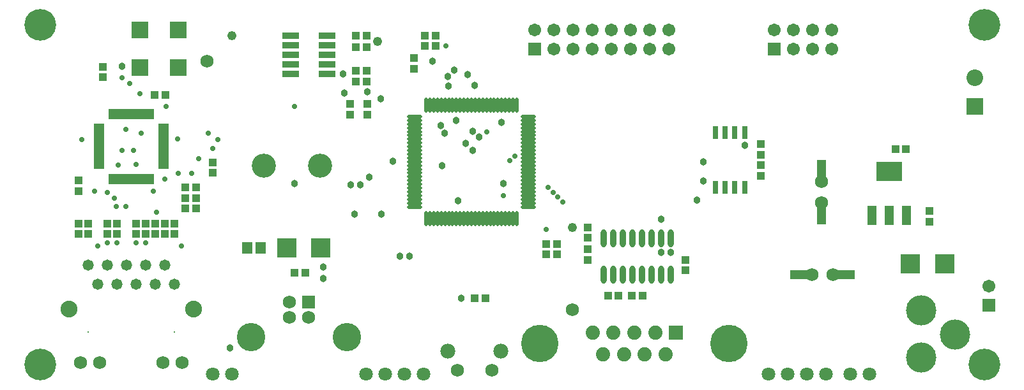
<source format=gts>
%FSAX43Y43*%
%MOMM*%
G71*
G01*
G75*
G04 Layer_Color=8388736*
%ADD10R,0.800X0.900*%
%ADD11R,0.900X0.800*%
%ADD12O,0.600X2.200*%
%ADD13R,0.508X1.500*%
%ADD14R,2.300X2.300*%
%ADD15R,1.200X1.400*%
%ADD16R,2.200X2.200*%
%ADD17O,1.800X0.300*%
%ADD18O,0.300X1.800*%
%ADD19R,2.540X1.016*%
%ADD20R,1.016X2.540*%
%ADD21R,1.200X0.300*%
%ADD22R,0.300X1.200*%
%ADD23R,2.032X0.635*%
%ADD24R,1.000X2.400*%
%ADD25R,3.300X2.400*%
%ADD26C,0.635*%
%ADD27C,0.254*%
%ADD28C,0.381*%
%ADD29C,0.508*%
%ADD30R,9.779X2.159*%
%ADD31R,7.874X1.778*%
%ADD32R,2.540X4.953*%
%ADD33R,2.286X7.874*%
%ADD34R,3.810X25.781*%
%ADD35R,2.794X2.794*%
%ADD36R,3.429X3.048*%
%ADD37R,3.937X3.937*%
%ADD38R,1.651X1.524*%
%ADD39R,2.032X2.009*%
%ADD40R,1.905X1.778*%
%ADD41R,1.778X1.524*%
%ADD42R,1.270X1.270*%
%ADD43R,3.429X4.953*%
%ADD44R,4.826X2.540*%
%ADD45R,1.397X1.524*%
%ADD46C,1.500*%
%ADD47R,1.500X1.500*%
%ADD48C,4.000*%
%ADD49C,0.762*%
%ADD50C,3.000*%
%ADD51C,0.508*%
%ADD52C,1.016*%
%ADD53C,1.524*%
%ADD54R,1.500X1.500*%
%ADD55C,3.810*%
%ADD56C,1.600*%
%ADD57C,4.760*%
%ADD58R,1.690X1.690*%
%ADD59C,1.690*%
%ADD60C,3.556*%
%ADD61R,1.524X1.524*%
%ADD62C,2.032*%
%ADD63C,1.270*%
%ADD64C,1.778*%
%ADD65C,2.000*%
%ADD66R,2.000X2.000*%
%ADD67R,1.000X1.300*%
%ADD68R,1.000X1.800*%
%ADD69R,2.794X2.540*%
%ADD70R,9.525X2.159*%
%ADD71R,3.937X3.683*%
%ADD72R,1.905X1.651*%
%ADD73R,1.397X1.397*%
%ADD74R,1.397X1.651*%
%ADD75R,2.921X2.794*%
%ADD76R,2.667X2.540*%
%ADD77C,0.250*%
%ADD78C,0.100*%
%ADD79C,0.600*%
%ADD80C,0.127*%
%ADD81C,0.200*%
%ADD82C,0.150*%
%ADD83R,1.003X1.103*%
%ADD84R,1.103X1.003*%
%ADD85O,0.803X2.403*%
%ADD86R,0.711X1.703*%
%ADD87R,2.503X2.503*%
%ADD88R,1.403X1.603*%
%ADD89O,2.003X0.503*%
%ADD90O,0.503X2.003*%
%ADD91R,2.743X1.219*%
%ADD92R,1.219X2.743*%
%ADD93R,1.403X0.503*%
%ADD94R,0.503X1.403*%
%ADD95R,2.235X0.838*%
%ADD96R,1.203X2.603*%
%ADD97R,3.503X2.603*%
%ADD98C,1.703*%
%ADD99R,1.703X1.703*%
%ADD100C,4.203*%
%ADD101C,0.965*%
%ADD102C,3.203*%
%ADD103C,0.711*%
%ADD104C,1.219*%
%ADD105C,1.727*%
%ADD106R,1.703X1.703*%
%ADD107C,4.013*%
%ADD108C,1.803*%
%ADD109C,4.963*%
%ADD110R,1.893X1.893*%
%ADD111C,1.893*%
%ADD112C,3.759*%
%ADD113R,1.727X1.727*%
%ADD114C,0.203*%
%ADD115C,2.235*%
%ADD116C,1.473*%
%ADD117C,1.981*%
%ADD118C,2.203*%
%ADD119R,2.203X2.203*%
G36*
X0068243Y0101175D02*
X0066043D01*
Y0103375D01*
X0068243D01*
Y0101175D01*
D02*
G37*
G36*
X0063243D02*
X0061043D01*
Y0103375D01*
X0063243D01*
Y0101175D01*
D02*
G37*
G36*
X0068243Y0106175D02*
X0066043D01*
Y0108375D01*
X0068243D01*
Y0106175D01*
D02*
G37*
G36*
X0063243D02*
X0061043D01*
Y0108375D01*
X0063243D01*
Y0106175D01*
D02*
G37*
D83*
X0090740Y0100457D02*
D03*
X0092140D02*
D03*
X0065470Y0098679D02*
D03*
X0064070D02*
D03*
X0068134Y0083566D02*
D03*
X0069534D02*
D03*
X0069534Y0084963D02*
D03*
X0068134D02*
D03*
X0069534Y0086360D02*
D03*
X0068134D02*
D03*
X0128716Y0072009D02*
D03*
X0127316D02*
D03*
X0125541D02*
D03*
X0124141D02*
D03*
X0082612Y0075057D02*
D03*
X0084012D02*
D03*
X0090740Y0106553D02*
D03*
X0092140D02*
D03*
X0090740Y0105029D02*
D03*
X0092140D02*
D03*
X0090740Y0101854D02*
D03*
X0092140D02*
D03*
X0107888Y0071628D02*
D03*
X0106488D02*
D03*
X0099884Y0106553D02*
D03*
X0101284D02*
D03*
X0115951Y0077470D02*
D03*
X0117351D02*
D03*
X0099884Y0105156D02*
D03*
X0101284D02*
D03*
X0117351Y0078867D02*
D03*
X0115951D02*
D03*
X0162241Y0091440D02*
D03*
X0163641D02*
D03*
D84*
X0057150Y0101027D02*
D03*
Y0102427D02*
D03*
X0071755Y0088327D02*
D03*
Y0089727D02*
D03*
X0066675Y0081599D02*
D03*
Y0080199D02*
D03*
X0053975Y0087314D02*
D03*
Y0085914D02*
D03*
X0065405Y0080199D02*
D03*
Y0081599D02*
D03*
X0064135Y0080199D02*
D03*
Y0081599D02*
D03*
X0062865Y0080199D02*
D03*
Y0081599D02*
D03*
X0061595Y0080199D02*
D03*
Y0081599D02*
D03*
X0057785Y0080199D02*
D03*
Y0081599D02*
D03*
X0059055Y0080199D02*
D03*
Y0081599D02*
D03*
X0053975Y0081599D02*
D03*
Y0080199D02*
D03*
X0055245Y0081599D02*
D03*
Y0080199D02*
D03*
X0121412Y0079691D02*
D03*
Y0081091D02*
D03*
X0134366Y0075373D02*
D03*
Y0076773D02*
D03*
X0121412Y0076770D02*
D03*
Y0078170D02*
D03*
X0144399Y0089346D02*
D03*
Y0087946D02*
D03*
Y0092140D02*
D03*
Y0090740D02*
D03*
X0092202Y0096074D02*
D03*
Y0097474D02*
D03*
X0098425Y0102170D02*
D03*
Y0103570D02*
D03*
X0089916Y0097474D02*
D03*
Y0096074D02*
D03*
X0166751Y0083250D02*
D03*
Y0081850D02*
D03*
D85*
X0132461Y0079616D02*
D03*
X0131191D02*
D03*
X0129921D02*
D03*
X0128651D02*
D03*
X0127381D02*
D03*
X0126111D02*
D03*
X0124841D02*
D03*
X0123571D02*
D03*
X0132461Y0074816D02*
D03*
X0131191D02*
D03*
X0129921D02*
D03*
X0128651D02*
D03*
X0127381D02*
D03*
X0126111D02*
D03*
X0124841D02*
D03*
X0123571D02*
D03*
D86*
X0138360Y0086343D02*
D03*
X0139660D02*
D03*
X0140960D02*
D03*
X0142260D02*
D03*
X0142310Y0093693D02*
D03*
X0140910D02*
D03*
X0139660D02*
D03*
X0138360D02*
D03*
D87*
X0086070Y0078359D02*
D03*
X0081570D02*
D03*
X0164247Y0076200D02*
D03*
X0168747D02*
D03*
D88*
X0078116Y0078359D02*
D03*
X0076316D02*
D03*
D89*
X0098495Y0095789D02*
D03*
Y0095289D02*
D03*
Y0094789D02*
D03*
Y0094289D02*
D03*
Y0093789D02*
D03*
Y0093289D02*
D03*
Y0092789D02*
D03*
Y0092289D02*
D03*
Y0091789D02*
D03*
Y0091289D02*
D03*
Y0090789D02*
D03*
Y0090289D02*
D03*
Y0089789D02*
D03*
Y0089289D02*
D03*
Y0088789D02*
D03*
Y0088289D02*
D03*
Y0087789D02*
D03*
Y0087289D02*
D03*
Y0086789D02*
D03*
Y0086289D02*
D03*
Y0085789D02*
D03*
Y0085289D02*
D03*
Y0084789D02*
D03*
Y0084289D02*
D03*
Y0083789D02*
D03*
X0113595D02*
D03*
Y0084289D02*
D03*
Y0084789D02*
D03*
Y0085289D02*
D03*
Y0085789D02*
D03*
Y0086289D02*
D03*
Y0086789D02*
D03*
Y0087289D02*
D03*
Y0087789D02*
D03*
Y0088289D02*
D03*
Y0088789D02*
D03*
Y0089289D02*
D03*
Y0089789D02*
D03*
Y0090289D02*
D03*
Y0090789D02*
D03*
Y0091289D02*
D03*
Y0091789D02*
D03*
Y0092289D02*
D03*
Y0092789D02*
D03*
Y0093289D02*
D03*
Y0093789D02*
D03*
Y0094289D02*
D03*
Y0094789D02*
D03*
Y0095289D02*
D03*
Y0095789D02*
D03*
D90*
X0100045Y0082239D02*
D03*
X0100545D02*
D03*
X0101045D02*
D03*
X0101545D02*
D03*
X0102045D02*
D03*
X0102545D02*
D03*
X0103045D02*
D03*
X0103545D02*
D03*
X0104045D02*
D03*
X0104545D02*
D03*
X0105045D02*
D03*
X0105545D02*
D03*
X0106045D02*
D03*
X0106545D02*
D03*
X0107045D02*
D03*
X0107545D02*
D03*
X0108045D02*
D03*
X0108545D02*
D03*
X0109045D02*
D03*
X0109545D02*
D03*
X0110045D02*
D03*
X0110545D02*
D03*
X0111045D02*
D03*
X0111545D02*
D03*
X0112045D02*
D03*
Y0097339D02*
D03*
X0111545D02*
D03*
X0111045D02*
D03*
X0110545D02*
D03*
X0110045D02*
D03*
X0109545D02*
D03*
X0109045D02*
D03*
X0108545D02*
D03*
X0108045D02*
D03*
X0107545D02*
D03*
X0107045D02*
D03*
X0106545D02*
D03*
X0106045D02*
D03*
X0105545D02*
D03*
X0105045D02*
D03*
X0104545D02*
D03*
X0104045D02*
D03*
X0103545D02*
D03*
X0103045D02*
D03*
X0102545D02*
D03*
X0102045D02*
D03*
X0101545D02*
D03*
X0101045D02*
D03*
X0100545D02*
D03*
X0100045D02*
D03*
D91*
X0155448Y0074803D02*
D03*
X0149606D02*
D03*
D92*
X0152400Y0088646D02*
D03*
Y0082804D02*
D03*
D93*
X0056660Y0094571D02*
D03*
Y0094071D02*
D03*
Y0093571D02*
D03*
Y0093071D02*
D03*
Y0092571D02*
D03*
Y0092071D02*
D03*
Y0091571D02*
D03*
Y0091071D02*
D03*
Y0090571D02*
D03*
Y0090071D02*
D03*
Y0089571D02*
D03*
Y0089071D02*
D03*
X0065260D02*
D03*
Y0089571D02*
D03*
Y0090071D02*
D03*
Y0090571D02*
D03*
Y0091071D02*
D03*
Y0091571D02*
D03*
Y0092071D02*
D03*
Y0092571D02*
D03*
Y0093071D02*
D03*
Y0093571D02*
D03*
Y0094071D02*
D03*
Y0094571D02*
D03*
D94*
X0058210Y0087521D02*
D03*
X0058710D02*
D03*
X0059210D02*
D03*
X0059710D02*
D03*
X0060210D02*
D03*
X0060710D02*
D03*
X0061210D02*
D03*
X0061710D02*
D03*
X0062210Y0087521D02*
D03*
X0062710D02*
D03*
X0063210D02*
D03*
X0063710D02*
D03*
X0063710Y0096121D02*
D03*
X0063210D02*
D03*
X0062710D02*
D03*
X0062210D02*
D03*
X0061710D02*
D03*
X0061210D02*
D03*
X0060710D02*
D03*
X0060210D02*
D03*
X0059710Y0096121D02*
D03*
X0059210D02*
D03*
X0058710D02*
D03*
X0058210D02*
D03*
D95*
X0086868Y0106553D02*
D03*
Y0105283D02*
D03*
Y0104013D02*
D03*
Y0102743D02*
D03*
Y0101473D02*
D03*
X0082042D02*
D03*
Y0102743D02*
D03*
Y0104013D02*
D03*
Y0105283D02*
D03*
Y0106553D02*
D03*
D96*
X0159117Y0082698D02*
D03*
X0161417D02*
D03*
X0163717D02*
D03*
D97*
X0161417Y0088498D02*
D03*
D98*
X0132182Y0107315D02*
D03*
Y0104775D02*
D03*
X0129642Y0107315D02*
D03*
Y0104775D02*
D03*
X0127102Y0107315D02*
D03*
Y0104775D02*
D03*
X0124562Y0107315D02*
D03*
Y0104775D02*
D03*
X0122022Y0107315D02*
D03*
Y0104775D02*
D03*
X0119482Y0107315D02*
D03*
Y0104775D02*
D03*
X0116942Y0107315D02*
D03*
Y0104775D02*
D03*
X0114402Y0107315D02*
D03*
X0174625Y0073279D02*
D03*
X0153772Y0107315D02*
D03*
Y0104775D02*
D03*
X0151232Y0107315D02*
D03*
Y0104775D02*
D03*
X0148692Y0107315D02*
D03*
Y0104775D02*
D03*
X0146152Y0107315D02*
D03*
D99*
X0114402Y0104775D02*
D03*
X0146152D02*
D03*
D100*
X0173990Y0107950D02*
D03*
X0048895D02*
D03*
X0173990Y0062865D02*
D03*
X0048895D02*
D03*
D101*
X0092202Y0099060D02*
D03*
X0089027Y0101473D02*
D03*
X0100838Y0103124D02*
D03*
X0107061Y0093091D02*
D03*
X0106172Y0093853D02*
D03*
X0104013Y0095250D02*
D03*
X0092456Y0087758D02*
D03*
X0082550Y0086868D02*
D03*
X0105537Y0101346D02*
D03*
X0102997Y0099822D02*
D03*
X0102870Y0101092D02*
D03*
X0103759Y0101981D02*
D03*
X0106426Y0099949D02*
D03*
X0102489Y0093599D02*
D03*
X0101981Y0094615D02*
D03*
X0105283Y0092202D02*
D03*
X0106172Y0091313D02*
D03*
X0105283Y0092202D02*
D03*
X0106172Y0091313D02*
D03*
X0131191Y0082185D02*
D03*
Y0077724D02*
D03*
X0132461D02*
D03*
X0136779Y0087249D02*
D03*
X0142310Y0091948D02*
D03*
X0135890Y0084709D02*
D03*
X0136779Y0089789D02*
D03*
X0095631Y0089812D02*
D03*
X0102108Y0089281D02*
D03*
X0109982Y0094996D02*
D03*
X0110236Y0086868D02*
D03*
X0104267Y0084582D02*
D03*
X0074041Y0065024D02*
D03*
X0097790Y0077216D02*
D03*
X0096520D02*
D03*
X0086360Y0074295D02*
D03*
Y0075819D02*
D03*
X0104728Y0071628D02*
D03*
X0090551Y0082804D02*
D03*
X0094107D02*
D03*
X0091313Y0086741D02*
D03*
X0090043D02*
D03*
X0089154Y0098933D02*
D03*
X0093980Y0098171D02*
D03*
X0059690Y0102489D02*
D03*
D102*
X0085999Y0089281D02*
D03*
X0078499D02*
D03*
D103*
X0062230Y0093599D02*
D03*
X0072390Y0092710D02*
D03*
X0061214Y0091313D02*
D03*
X0071120Y0093599D02*
D03*
X0060198Y0083820D02*
D03*
X0058928D02*
D03*
X0067564Y0078613D02*
D03*
X0069850Y0090170D02*
D03*
X0071755Y0091568D02*
D03*
X0062865Y0078994D02*
D03*
X0064262Y0083058D02*
D03*
X0068961Y0088265D02*
D03*
X0067183D02*
D03*
X0065405Y0087503D02*
D03*
X0057785Y0078994D02*
D03*
X0056515Y0078613D02*
D03*
X0065532Y0097155D02*
D03*
X0067056Y0092837D02*
D03*
X0062103Y0098806D02*
D03*
X0060706Y0100203D02*
D03*
X0059690Y0100965D02*
D03*
X0060234Y0094071D02*
D03*
X0059055Y0078994D02*
D03*
X0061595D02*
D03*
X0058676Y0084963D02*
D03*
X0057785Y0085725D02*
D03*
X0056072Y0085914D02*
D03*
X0063881Y0085852D02*
D03*
X0059210Y0089380D02*
D03*
X0059690Y0091313D02*
D03*
X0061595Y0089408D02*
D03*
X0060234Y0094071D02*
D03*
X0054356Y0092710D02*
D03*
X0111760Y0090551D02*
D03*
X0111125Y0089916D02*
D03*
X0116205Y0086360D02*
D03*
X0116840Y0085725D02*
D03*
X0117475Y0085090D02*
D03*
X0118110Y0084455D02*
D03*
X0108045Y0093789D02*
D03*
X0102616Y0105156D02*
D03*
X0110236Y0085289D02*
D03*
X0115951Y0080772D02*
D03*
X0082550Y0097155D02*
D03*
D104*
X0119380Y0081091D02*
D03*
X0093599Y0105791D02*
D03*
X0074295Y0106553D02*
D03*
D105*
X0119380Y0070104D02*
D03*
X0081915Y0071184D02*
D03*
Y0069151D02*
D03*
X0084455D02*
D03*
X0054229Y0063119D02*
D03*
X0056769D02*
D03*
X0067691D02*
D03*
X0065151D02*
D03*
X0151130Y0074803D02*
D03*
X0153924D02*
D03*
X0152400Y0084328D02*
D03*
Y0087122D02*
D03*
X0108775Y0062103D02*
D03*
X0104203D02*
D03*
X0070993Y0103124D02*
D03*
D106*
X0174625Y0070739D02*
D03*
D107*
X0165671Y0070040D02*
D03*
X0170117Y0066866D02*
D03*
X0165671Y0063818D02*
D03*
D108*
X0156210Y0061595D02*
D03*
X0158750D02*
D03*
X0150495D02*
D03*
X0153035D02*
D03*
X0145415D02*
D03*
X0147955D02*
D03*
X0097155D02*
D03*
X0099695D02*
D03*
X0092075D02*
D03*
X0094615D02*
D03*
X0071755D02*
D03*
X0074295D02*
D03*
D109*
X0115140Y0065634D02*
D03*
X0140130D02*
D03*
D110*
X0133175Y0067054D02*
D03*
D111*
X0131790Y0064214D02*
D03*
X0130405Y0067054D02*
D03*
X0129020Y0064214D02*
D03*
X0127635Y0067054D02*
D03*
X0126250Y0064214D02*
D03*
X0124865Y0067054D02*
D03*
X0123480Y0064214D02*
D03*
X0122095Y0067054D02*
D03*
D112*
X0076835Y0066484D02*
D03*
X0089535D02*
D03*
D113*
X0084455Y0071184D02*
D03*
D114*
X0055245Y0067183D02*
D03*
X0066675D02*
D03*
D115*
X0052705Y0070231D02*
D03*
X0069215D02*
D03*
D116*
X0066675Y0073533D02*
D03*
X0064135D02*
D03*
X0061595D02*
D03*
X0065405Y0076073D02*
D03*
X0062865D02*
D03*
X0060325D02*
D03*
X0059055Y0073533D02*
D03*
X0057785Y0076073D02*
D03*
X0056515Y0073533D02*
D03*
X0055245Y0076073D02*
D03*
D117*
X0109919Y0064643D02*
D03*
X0102934D02*
D03*
D118*
X0172720Y0100965D02*
D03*
D119*
Y0097155D02*
D03*
M02*

</source>
